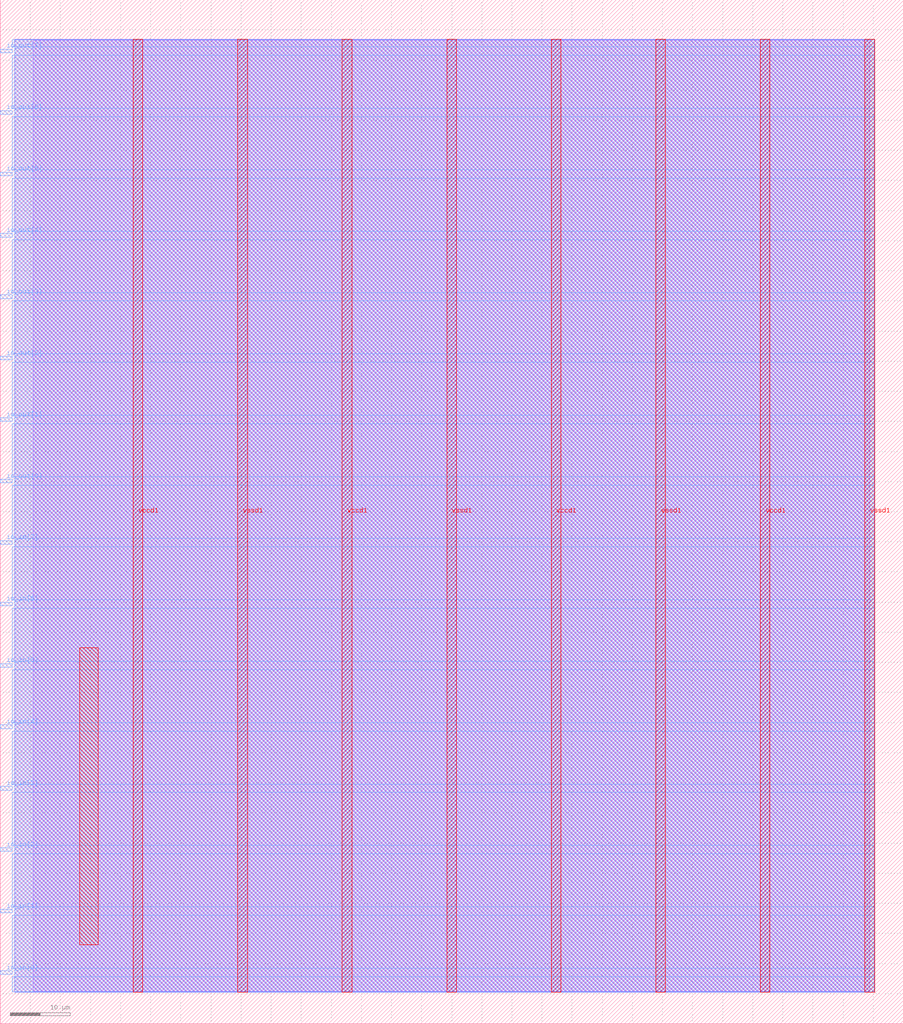
<source format=lef>
VERSION 5.7 ;
  NOWIREEXTENSIONATPIN ON ;
  DIVIDERCHAR "/" ;
  BUSBITCHARS "[]" ;
MACRO user_module_347140425276981843
  CLASS BLOCK ;
  FOREIGN user_module_347140425276981843 ;
  ORIGIN 0.000 0.000 ;
  SIZE 150.000 BY 170.000 ;
  PIN io_in[0]
    DIRECTION INPUT ;
    USE SIGNAL ;
    PORT
      LAYER met3 ;
        RECT 0.000 8.200 2.000 8.800 ;
    END
  END io_in[0]
  PIN io_in[1]
    DIRECTION INPUT ;
    USE SIGNAL ;
    PORT
      LAYER met3 ;
        RECT 0.000 18.400 2.000 19.000 ;
    END
  END io_in[1]
  PIN io_in[2]
    DIRECTION INPUT ;
    USE SIGNAL ;
    PORT
      LAYER met3 ;
        RECT 0.000 28.600 2.000 29.200 ;
    END
  END io_in[2]
  PIN io_in[3]
    DIRECTION INPUT ;
    USE SIGNAL ;
    PORT
      LAYER met3 ;
        RECT 0.000 38.800 2.000 39.400 ;
    END
  END io_in[3]
  PIN io_in[4]
    DIRECTION INPUT ;
    USE SIGNAL ;
    PORT
      LAYER met3 ;
        RECT 0.000 49.000 2.000 49.600 ;
    END
  END io_in[4]
  PIN io_in[5]
    DIRECTION INPUT ;
    USE SIGNAL ;
    PORT
      LAYER met3 ;
        RECT 0.000 59.200 2.000 59.800 ;
    END
  END io_in[5]
  PIN io_in[6]
    DIRECTION INPUT ;
    USE SIGNAL ;
    PORT
      LAYER met3 ;
        RECT 0.000 69.400 2.000 70.000 ;
    END
  END io_in[6]
  PIN io_in[7]
    DIRECTION INPUT ;
    USE SIGNAL ;
    PORT
      LAYER met3 ;
        RECT 0.000 79.600 2.000 80.200 ;
    END
  END io_in[7]
  PIN io_out[0]
    DIRECTION OUTPUT TRISTATE ;
    USE SIGNAL ;
    PORT
      LAYER met3 ;
        RECT 0.000 89.800 2.000 90.400 ;
    END
  END io_out[0]
  PIN io_out[1]
    DIRECTION OUTPUT TRISTATE ;
    USE SIGNAL ;
    PORT
      LAYER met3 ;
        RECT 0.000 100.000 2.000 100.600 ;
    END
  END io_out[1]
  PIN io_out[2]
    DIRECTION OUTPUT TRISTATE ;
    USE SIGNAL ;
    PORT
      LAYER met3 ;
        RECT 0.000 110.200 2.000 110.800 ;
    END
  END io_out[2]
  PIN io_out[3]
    DIRECTION OUTPUT TRISTATE ;
    USE SIGNAL ;
    PORT
      LAYER met3 ;
        RECT 0.000 120.400 2.000 121.000 ;
    END
  END io_out[3]
  PIN io_out[4]
    DIRECTION OUTPUT TRISTATE ;
    USE SIGNAL ;
    PORT
      LAYER met3 ;
        RECT 0.000 130.600 2.000 131.200 ;
    END
  END io_out[4]
  PIN io_out[5]
    DIRECTION OUTPUT TRISTATE ;
    USE SIGNAL ;
    PORT
      LAYER met3 ;
        RECT 0.000 140.800 2.000 141.400 ;
    END
  END io_out[5]
  PIN io_out[6]
    DIRECTION OUTPUT TRISTATE ;
    USE SIGNAL ;
    PORT
      LAYER met3 ;
        RECT 0.000 151.000 2.000 151.600 ;
    END
  END io_out[6]
  PIN io_out[7]
    DIRECTION OUTPUT TRISTATE ;
    USE SIGNAL ;
    PORT
      LAYER met3 ;
        RECT 0.000 161.200 2.000 161.800 ;
    END
  END io_out[7]
  PIN vccd1
    DIRECTION INOUT ;
    USE POWER ;
    PORT
      LAYER met4 ;
        RECT 22.085 5.200 23.685 163.440 ;
    END
    PORT
      LAYER met4 ;
        RECT 56.815 5.200 58.415 163.440 ;
    END
    PORT
      LAYER met4 ;
        RECT 91.545 5.200 93.145 163.440 ;
    END
    PORT
      LAYER met4 ;
        RECT 126.275 5.200 127.875 163.440 ;
    END
  END vccd1
  PIN vssd1
    DIRECTION INOUT ;
    USE GROUND ;
    PORT
      LAYER met4 ;
        RECT 39.450 5.200 41.050 163.440 ;
    END
    PORT
      LAYER met4 ;
        RECT 74.180 5.200 75.780 163.440 ;
    END
    PORT
      LAYER met4 ;
        RECT 108.910 5.200 110.510 163.440 ;
    END
    PORT
      LAYER met4 ;
        RECT 143.640 5.200 145.240 163.440 ;
    END
  END vssd1
  OBS
      LAYER li1 ;
        RECT 5.520 5.355 144.440 163.285 ;
      LAYER met1 ;
        RECT 2.370 5.200 145.240 163.440 ;
      LAYER met2 ;
        RECT 2.390 5.255 145.210 163.385 ;
      LAYER met3 ;
        RECT 2.000 162.200 145.230 163.365 ;
        RECT 2.400 160.800 145.230 162.200 ;
        RECT 2.000 152.000 145.230 160.800 ;
        RECT 2.400 150.600 145.230 152.000 ;
        RECT 2.000 141.800 145.230 150.600 ;
        RECT 2.400 140.400 145.230 141.800 ;
        RECT 2.000 131.600 145.230 140.400 ;
        RECT 2.400 130.200 145.230 131.600 ;
        RECT 2.000 121.400 145.230 130.200 ;
        RECT 2.400 120.000 145.230 121.400 ;
        RECT 2.000 111.200 145.230 120.000 ;
        RECT 2.400 109.800 145.230 111.200 ;
        RECT 2.000 101.000 145.230 109.800 ;
        RECT 2.400 99.600 145.230 101.000 ;
        RECT 2.000 90.800 145.230 99.600 ;
        RECT 2.400 89.400 145.230 90.800 ;
        RECT 2.000 80.600 145.230 89.400 ;
        RECT 2.400 79.200 145.230 80.600 ;
        RECT 2.000 70.400 145.230 79.200 ;
        RECT 2.400 69.000 145.230 70.400 ;
        RECT 2.000 60.200 145.230 69.000 ;
        RECT 2.400 58.800 145.230 60.200 ;
        RECT 2.000 50.000 145.230 58.800 ;
        RECT 2.400 48.600 145.230 50.000 ;
        RECT 2.000 39.800 145.230 48.600 ;
        RECT 2.400 38.400 145.230 39.800 ;
        RECT 2.000 29.600 145.230 38.400 ;
        RECT 2.400 28.200 145.230 29.600 ;
        RECT 2.000 19.400 145.230 28.200 ;
        RECT 2.400 18.000 145.230 19.400 ;
        RECT 2.000 9.200 145.230 18.000 ;
        RECT 2.400 7.800 145.230 9.200 ;
        RECT 2.000 5.275 145.230 7.800 ;
      LAYER met4 ;
        RECT 13.175 13.095 16.265 62.385 ;
  END
END user_module_347140425276981843
END LIBRARY


</source>
